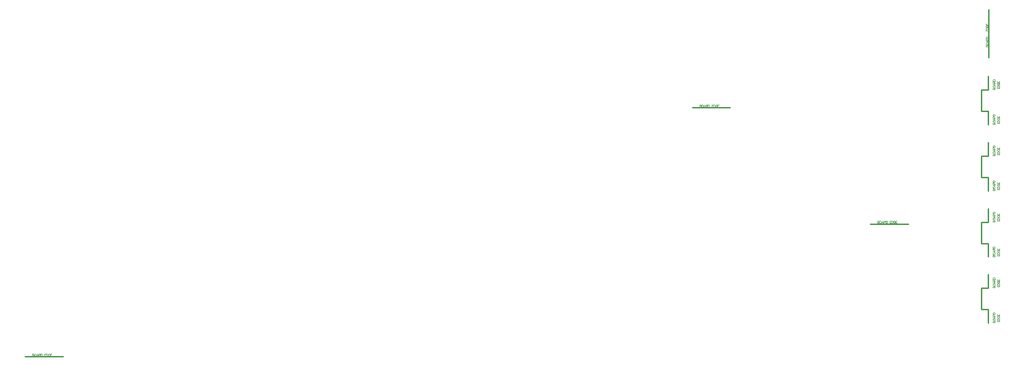
<source format=gm1>
G04*
G04 #@! TF.GenerationSoftware,Altium Limited,Altium Designer,19.1.8 (144)*
G04*
G04 Layer_Color=16711935*
%FSLAX25Y25*%
%MOIN*%
G70*
G01*
G75*
%ADD11C,0.01000*%
%ADD157C,0.00309*%
D11*
X518347Y-106358D02*
X546220D01*
X649123Y-191824D02*
X676997D01*
X735632Y-93305D02*
Y-83465D01*
Y-118898D02*
Y-109057D01*
X730905D02*
X735632D01*
X730905Y-93305D02*
X735632D01*
X730905Y-109057D02*
Y-93305D01*
X735632Y-238975D02*
Y-229134D01*
Y-264567D02*
Y-254726D01*
X730905D02*
X735632D01*
X730905Y-238975D02*
X735632D01*
X730905Y-254726D02*
Y-238975D01*
X736022Y-69683D02*
Y-34254D01*
X735632Y-141928D02*
Y-132087D01*
Y-167520D02*
Y-157679D01*
X730905D02*
X735632D01*
X730905Y-141928D02*
X735632D01*
X730905Y-157679D02*
Y-141928D01*
X735632Y-190550D02*
Y-180709D01*
Y-216142D02*
Y-206301D01*
X730905D02*
X735632D01*
X730905Y-190550D02*
X735632D01*
X730905Y-206301D02*
Y-190550D01*
X28189Y-289409D02*
X56063D01*
D157*
X523692Y-104260D02*
Y-105900D01*
Y-104260D02*
X524395D01*
X524630Y-104338D01*
X524708Y-104416D01*
X524786Y-104572D01*
Y-104729D01*
X524708Y-104885D01*
X524630Y-104963D01*
X524395Y-105041D01*
X523692D02*
X524395D01*
X524630Y-105119D01*
X524708Y-105197D01*
X524786Y-105353D01*
Y-105588D01*
X524708Y-105744D01*
X524630Y-105822D01*
X524395Y-105900D01*
X523692D01*
X525622Y-104260D02*
X525465Y-104338D01*
X525309Y-104494D01*
X525231Y-104651D01*
X525153Y-104885D01*
Y-105275D01*
X525231Y-105510D01*
X525309Y-105666D01*
X525465Y-105822D01*
X525622Y-105900D01*
X525934D01*
X526090Y-105822D01*
X526246Y-105666D01*
X526324Y-105510D01*
X526403Y-105275D01*
Y-104885D01*
X526324Y-104651D01*
X526246Y-104494D01*
X526090Y-104338D01*
X525934Y-104260D01*
X525622D01*
X528035Y-105900D02*
X527410Y-104260D01*
X526785Y-105900D01*
X527020Y-105353D02*
X527801D01*
X528418Y-104260D02*
Y-105900D01*
Y-104260D02*
X529120D01*
X529355Y-104338D01*
X529433Y-104416D01*
X529511Y-104572D01*
Y-104729D01*
X529433Y-104885D01*
X529355Y-104963D01*
X529120Y-105041D01*
X528418D01*
X528964D02*
X529511Y-105900D01*
X529878Y-104260D02*
Y-105900D01*
Y-104260D02*
X530425D01*
X530659Y-104338D01*
X530815Y-104494D01*
X530893Y-104651D01*
X530971Y-104885D01*
Y-105275D01*
X530893Y-105510D01*
X530815Y-105666D01*
X530659Y-105822D01*
X530425Y-105900D01*
X529878D01*
X533643Y-104260D02*
X532627D01*
Y-105900D01*
X533643D01*
X532627Y-105041D02*
X533252D01*
X533916Y-104260D02*
Y-105900D01*
Y-104260D02*
X534463D01*
X534697Y-104338D01*
X534853Y-104494D01*
X534931Y-104651D01*
X535009Y-104885D01*
Y-105275D01*
X534931Y-105510D01*
X534853Y-105666D01*
X534697Y-105822D01*
X534463Y-105900D01*
X533916D01*
X536548Y-104651D02*
X536470Y-104494D01*
X536314Y-104338D01*
X536158Y-104260D01*
X535845D01*
X535689Y-104338D01*
X535533Y-104494D01*
X535455Y-104651D01*
X535377Y-104885D01*
Y-105275D01*
X535455Y-105510D01*
X535533Y-105666D01*
X535689Y-105822D01*
X535845Y-105900D01*
X536158D01*
X536314Y-105822D01*
X536470Y-105666D01*
X536548Y-105510D01*
Y-105275D01*
X536158D02*
X536548D01*
X537938Y-104260D02*
X536923D01*
Y-105900D01*
X537938D01*
X536923Y-105041D02*
X537548D01*
X654469Y-189726D02*
Y-191366D01*
Y-189726D02*
X655172D01*
X655406Y-189804D01*
X655484Y-189882D01*
X655562Y-190038D01*
Y-190194D01*
X655484Y-190351D01*
X655406Y-190429D01*
X655172Y-190507D01*
X654469D02*
X655172D01*
X655406Y-190585D01*
X655484Y-190663D01*
X655562Y-190819D01*
Y-191054D01*
X655484Y-191210D01*
X655406Y-191288D01*
X655172Y-191366D01*
X654469D01*
X656398Y-189726D02*
X656242Y-189804D01*
X656085Y-189960D01*
X656007Y-190116D01*
X655929Y-190351D01*
Y-190741D01*
X656007Y-190975D01*
X656085Y-191132D01*
X656242Y-191288D01*
X656398Y-191366D01*
X656710D01*
X656867Y-191288D01*
X657023Y-191132D01*
X657101Y-190975D01*
X657179Y-190741D01*
Y-190351D01*
X657101Y-190116D01*
X657023Y-189960D01*
X656867Y-189804D01*
X656710Y-189726D01*
X656398D01*
X658811Y-191366D02*
X658186Y-189726D01*
X657562Y-191366D01*
X657796Y-190819D02*
X658577D01*
X659194Y-189726D02*
Y-191366D01*
Y-189726D02*
X659897D01*
X660131Y-189804D01*
X660209Y-189882D01*
X660287Y-190038D01*
Y-190194D01*
X660209Y-190351D01*
X660131Y-190429D01*
X659897Y-190507D01*
X659194D01*
X659741D02*
X660287Y-191366D01*
X660654Y-189726D02*
Y-191366D01*
Y-189726D02*
X661201D01*
X661436Y-189804D01*
X661592Y-189960D01*
X661670Y-190116D01*
X661748Y-190351D01*
Y-190741D01*
X661670Y-190975D01*
X661592Y-191132D01*
X661436Y-191288D01*
X661201Y-191366D01*
X660654D01*
X664419Y-189726D02*
X663404D01*
Y-191366D01*
X664419D01*
X663404Y-190507D02*
X664029D01*
X664692Y-189726D02*
Y-191366D01*
Y-189726D02*
X665239D01*
X665473Y-189804D01*
X665630Y-189960D01*
X665708Y-190116D01*
X665786Y-190351D01*
Y-190741D01*
X665708Y-190975D01*
X665630Y-191132D01*
X665473Y-191288D01*
X665239Y-191366D01*
X664692D01*
X667324Y-190116D02*
X667246Y-189960D01*
X667090Y-189804D01*
X666934Y-189726D01*
X666621D01*
X666465Y-189804D01*
X666309Y-189960D01*
X666231Y-190116D01*
X666153Y-190351D01*
Y-190741D01*
X666231Y-190975D01*
X666309Y-191132D01*
X666465Y-191288D01*
X666621Y-191366D01*
X666934D01*
X667090Y-191288D01*
X667246Y-191132D01*
X667324Y-190975D01*
Y-190741D01*
X666934D02*
X667324D01*
X668715Y-189726D02*
X667699D01*
Y-191366D01*
X668715D01*
X667699Y-190507D02*
X668324D01*
X739195Y-93006D02*
X740835D01*
X739195D02*
Y-92303D01*
X739273Y-92068D01*
X739351Y-91990D01*
X739508Y-91912D01*
X739664D01*
X739820Y-91990D01*
X739898Y-92068D01*
X739976Y-92303D01*
Y-93006D02*
Y-92303D01*
X740054Y-92068D01*
X740132Y-91990D01*
X740289Y-91912D01*
X740523D01*
X740679Y-91990D01*
X740757Y-92068D01*
X740835Y-92303D01*
Y-93006D01*
X739195Y-91076D02*
X739273Y-91233D01*
X739430Y-91389D01*
X739586Y-91467D01*
X739820Y-91545D01*
X740210D01*
X740445Y-91467D01*
X740601Y-91389D01*
X740757Y-91233D01*
X740835Y-91076D01*
Y-90764D01*
X740757Y-90608D01*
X740601Y-90452D01*
X740445Y-90374D01*
X740210Y-90295D01*
X739820D01*
X739586Y-90374D01*
X739430Y-90452D01*
X739273Y-90608D01*
X739195Y-90764D01*
Y-91076D01*
X740835Y-88663D02*
X739195Y-89288D01*
X740835Y-89913D01*
X740289Y-89679D02*
Y-88898D01*
X739195Y-88280D02*
X740835D01*
X739195D02*
Y-87577D01*
X739273Y-87343D01*
X739351Y-87265D01*
X739508Y-87187D01*
X739664D01*
X739820Y-87265D01*
X739898Y-87343D01*
X739976Y-87577D01*
Y-88280D01*
Y-87734D02*
X740835Y-87187D01*
X739195Y-86820D02*
X740835D01*
X739195D02*
Y-86273D01*
X739273Y-86039D01*
X739430Y-85883D01*
X739586Y-85805D01*
X739820Y-85726D01*
X740210D01*
X740445Y-85805D01*
X740601Y-85883D01*
X740757Y-86039D01*
X740835Y-86273D01*
Y-86820D01*
X742512Y-91330D02*
Y-92346D01*
X744152D01*
Y-91330D01*
X743293Y-92346D02*
Y-91721D01*
X742512Y-91057D02*
X744152D01*
X742512D02*
Y-90510D01*
X742590Y-90276D01*
X742746Y-90120D01*
X742903Y-90042D01*
X743137Y-89964D01*
X743527D01*
X743762Y-90042D01*
X743918Y-90120D01*
X744074Y-90276D01*
X744152Y-90510D01*
Y-91057D01*
X742903Y-88425D02*
X742746Y-88503D01*
X742590Y-88659D01*
X742512Y-88816D01*
Y-89128D01*
X742590Y-89284D01*
X742746Y-89440D01*
X742903Y-89518D01*
X743137Y-89597D01*
X743527D01*
X743762Y-89518D01*
X743918Y-89440D01*
X744074Y-89284D01*
X744152Y-89128D01*
Y-88816D01*
X744074Y-88659D01*
X743918Y-88503D01*
X743762Y-88425D01*
X743527D01*
Y-88816D02*
Y-88425D01*
X742512Y-87035D02*
Y-88050D01*
X744152D01*
Y-87035D01*
X743293Y-88050D02*
Y-87425D01*
X739195Y-118595D02*
X740835D01*
X739195D02*
Y-117893D01*
X739273Y-117658D01*
X739351Y-117580D01*
X739508Y-117502D01*
X739664D01*
X739820Y-117580D01*
X739898Y-117658D01*
X739976Y-117893D01*
Y-118595D02*
Y-117893D01*
X740054Y-117658D01*
X740132Y-117580D01*
X740289Y-117502D01*
X740523D01*
X740679Y-117580D01*
X740757Y-117658D01*
X740835Y-117893D01*
Y-118595D01*
X739195Y-116666D02*
X739273Y-116823D01*
X739430Y-116979D01*
X739586Y-117057D01*
X739820Y-117135D01*
X740210D01*
X740445Y-117057D01*
X740601Y-116979D01*
X740757Y-116823D01*
X740835Y-116666D01*
Y-116354D01*
X740757Y-116198D01*
X740601Y-116042D01*
X740445Y-115963D01*
X740210Y-115885D01*
X739820D01*
X739586Y-115963D01*
X739430Y-116042D01*
X739273Y-116198D01*
X739195Y-116354D01*
Y-116666D01*
X740835Y-114253D02*
X739195Y-114878D01*
X740835Y-115503D01*
X740289Y-115268D02*
Y-114487D01*
X739195Y-113870D02*
X740835D01*
X739195D02*
Y-113167D01*
X739273Y-112933D01*
X739351Y-112855D01*
X739508Y-112777D01*
X739664D01*
X739820Y-112855D01*
X739898Y-112933D01*
X739976Y-113167D01*
Y-113870D01*
Y-113323D02*
X740835Y-112777D01*
X739195Y-112410D02*
X740835D01*
X739195D02*
Y-111863D01*
X739273Y-111629D01*
X739430Y-111472D01*
X739586Y-111394D01*
X739820Y-111316D01*
X740210D01*
X740445Y-111394D01*
X740601Y-111472D01*
X740757Y-111629D01*
X740835Y-111863D01*
Y-112410D01*
X742512Y-116920D02*
Y-117936D01*
X744152D01*
Y-116920D01*
X743293Y-117936D02*
Y-117311D01*
X742512Y-116647D02*
X744152D01*
X742512D02*
Y-116100D01*
X742590Y-115866D01*
X742746Y-115710D01*
X742903Y-115632D01*
X743137Y-115553D01*
X743527D01*
X743762Y-115632D01*
X743918Y-115710D01*
X744074Y-115866D01*
X744152Y-116100D01*
Y-116647D01*
X742903Y-114015D02*
X742746Y-114093D01*
X742590Y-114249D01*
X742512Y-114405D01*
Y-114718D01*
X742590Y-114874D01*
X742746Y-115030D01*
X742903Y-115108D01*
X743137Y-115186D01*
X743527D01*
X743762Y-115108D01*
X743918Y-115030D01*
X744074Y-114874D01*
X744152Y-114718D01*
Y-114405D01*
X744074Y-114249D01*
X743918Y-114093D01*
X743762Y-114015D01*
X743527D01*
Y-114405D02*
Y-114015D01*
X742512Y-112625D02*
Y-113640D01*
X744152D01*
Y-112625D01*
X743293Y-113640D02*
Y-113015D01*
X739195Y-238675D02*
X740835D01*
X739195D02*
Y-237972D01*
X739273Y-237738D01*
X739351Y-237660D01*
X739508Y-237581D01*
X739664D01*
X739820Y-237660D01*
X739898Y-237738D01*
X739976Y-237972D01*
Y-238675D02*
Y-237972D01*
X740054Y-237738D01*
X740132Y-237660D01*
X740289Y-237581D01*
X740523D01*
X740679Y-237660D01*
X740757Y-237738D01*
X740835Y-237972D01*
Y-238675D01*
X739195Y-236746D02*
X739273Y-236902D01*
X739430Y-237058D01*
X739586Y-237136D01*
X739820Y-237214D01*
X740210D01*
X740445Y-237136D01*
X740601Y-237058D01*
X740757Y-236902D01*
X740835Y-236746D01*
Y-236433D01*
X740757Y-236277D01*
X740601Y-236121D01*
X740445Y-236043D01*
X740210Y-235965D01*
X739820D01*
X739586Y-236043D01*
X739430Y-236121D01*
X739273Y-236277D01*
X739195Y-236433D01*
Y-236746D01*
X740835Y-234332D02*
X739195Y-234957D01*
X740835Y-235582D01*
X740289Y-235348D02*
Y-234567D01*
X739195Y-233950D02*
X740835D01*
X739195D02*
Y-233247D01*
X739273Y-233013D01*
X739351Y-232934D01*
X739508Y-232856D01*
X739664D01*
X739820Y-232934D01*
X739898Y-233013D01*
X739976Y-233247D01*
Y-233950D01*
Y-233403D02*
X740835Y-232856D01*
X739195Y-232489D02*
X740835D01*
X739195D02*
Y-231943D01*
X739273Y-231708D01*
X739430Y-231552D01*
X739586Y-231474D01*
X739820Y-231396D01*
X740210D01*
X740445Y-231474D01*
X740601Y-231552D01*
X740757Y-231708D01*
X740835Y-231943D01*
Y-232489D01*
X742512Y-237000D02*
Y-238015D01*
X744152D01*
Y-237000D01*
X743293Y-238015D02*
Y-237390D01*
X742512Y-236726D02*
X744152D01*
X742512D02*
Y-236180D01*
X742590Y-235945D01*
X742746Y-235789D01*
X742903Y-235711D01*
X743137Y-235633D01*
X743527D01*
X743762Y-235711D01*
X743918Y-235789D01*
X744074Y-235945D01*
X744152Y-236180D01*
Y-236726D01*
X742903Y-234094D02*
X742746Y-234173D01*
X742590Y-234329D01*
X742512Y-234485D01*
Y-234797D01*
X742590Y-234953D01*
X742746Y-235110D01*
X742903Y-235188D01*
X743137Y-235266D01*
X743527D01*
X743762Y-235188D01*
X743918Y-235110D01*
X744074Y-234953D01*
X744152Y-234797D01*
Y-234485D01*
X744074Y-234329D01*
X743918Y-234173D01*
X743762Y-234094D01*
X743527D01*
Y-234485D02*
Y-234094D01*
X742512Y-232704D02*
Y-233719D01*
X744152D01*
Y-232704D01*
X743293Y-233719D02*
Y-233095D01*
X739195Y-264265D02*
X740835D01*
X739195D02*
Y-263562D01*
X739273Y-263328D01*
X739351Y-263249D01*
X739508Y-263171D01*
X739664D01*
X739820Y-263249D01*
X739898Y-263328D01*
X739976Y-263562D01*
Y-264265D02*
Y-263562D01*
X740054Y-263328D01*
X740132Y-263249D01*
X740289Y-263171D01*
X740523D01*
X740679Y-263249D01*
X740757Y-263328D01*
X740835Y-263562D01*
Y-264265D01*
X739195Y-262336D02*
X739273Y-262492D01*
X739430Y-262648D01*
X739586Y-262726D01*
X739820Y-262804D01*
X740210D01*
X740445Y-262726D01*
X740601Y-262648D01*
X740757Y-262492D01*
X740835Y-262336D01*
Y-262023D01*
X740757Y-261867D01*
X740601Y-261711D01*
X740445Y-261633D01*
X740210Y-261555D01*
X739820D01*
X739586Y-261633D01*
X739430Y-261711D01*
X739273Y-261867D01*
X739195Y-262023D01*
Y-262336D01*
X740835Y-259922D02*
X739195Y-260547D01*
X740835Y-261172D01*
X740289Y-260938D02*
Y-260156D01*
X739195Y-259540D02*
X740835D01*
X739195D02*
Y-258837D01*
X739273Y-258602D01*
X739351Y-258524D01*
X739508Y-258446D01*
X739664D01*
X739820Y-258524D01*
X739898Y-258602D01*
X739976Y-258837D01*
Y-259540D01*
Y-258993D02*
X740835Y-258446D01*
X739195Y-258079D02*
X740835D01*
X739195D02*
Y-257532D01*
X739273Y-257298D01*
X739430Y-257142D01*
X739586Y-257064D01*
X739820Y-256986D01*
X740210D01*
X740445Y-257064D01*
X740601Y-257142D01*
X740757Y-257298D01*
X740835Y-257532D01*
Y-258079D01*
X742512Y-262590D02*
Y-263605D01*
X744152D01*
Y-262590D01*
X743293Y-263605D02*
Y-262980D01*
X742512Y-262316D02*
X744152D01*
X742512D02*
Y-261770D01*
X742590Y-261535D01*
X742746Y-261379D01*
X742903Y-261301D01*
X743137Y-261223D01*
X743527D01*
X743762Y-261301D01*
X743918Y-261379D01*
X744074Y-261535D01*
X744152Y-261770D01*
Y-262316D01*
X742903Y-259684D02*
X742746Y-259762D01*
X742590Y-259918D01*
X742512Y-260075D01*
Y-260387D01*
X742590Y-260543D01*
X742746Y-260700D01*
X742903Y-260778D01*
X743137Y-260856D01*
X743527D01*
X743762Y-260778D01*
X743918Y-260700D01*
X744074Y-260543D01*
X744152Y-260387D01*
Y-260075D01*
X744074Y-259918D01*
X743918Y-259762D01*
X743762Y-259684D01*
X743527D01*
Y-260075D02*
Y-259684D01*
X742512Y-258294D02*
Y-259309D01*
X744152D01*
Y-258294D01*
X743293Y-259309D02*
Y-258684D01*
X734067Y-61562D02*
X735707D01*
X734067D02*
Y-60859D01*
X734145Y-60625D01*
X734223Y-60547D01*
X734379Y-60469D01*
X734535D01*
X734692Y-60547D01*
X734770Y-60625D01*
X734848Y-60859D01*
Y-61562D02*
Y-60859D01*
X734926Y-60625D01*
X735004Y-60547D01*
X735160Y-60469D01*
X735394D01*
X735551Y-60547D01*
X735629Y-60625D01*
X735707Y-60859D01*
Y-61562D01*
X734067Y-59633D02*
X734145Y-59789D01*
X734301Y-59945D01*
X734457Y-60023D01*
X734692Y-60101D01*
X735082D01*
X735316Y-60023D01*
X735473Y-59945D01*
X735629Y-59789D01*
X735707Y-59633D01*
Y-59320D01*
X735629Y-59164D01*
X735473Y-59008D01*
X735316Y-58930D01*
X735082Y-58852D01*
X734692D01*
X734457Y-58930D01*
X734301Y-59008D01*
X734145Y-59164D01*
X734067Y-59320D01*
Y-59633D01*
X735707Y-57219D02*
X734067Y-57844D01*
X735707Y-58469D01*
X735160Y-58235D02*
Y-57454D01*
X734067Y-56837D02*
X735707D01*
X734067D02*
Y-56134D01*
X734145Y-55900D01*
X734223Y-55821D01*
X734379Y-55743D01*
X734535D01*
X734692Y-55821D01*
X734770Y-55900D01*
X734848Y-56134D01*
Y-56837D01*
Y-56290D02*
X735707Y-55743D01*
X734067Y-55376D02*
X735707D01*
X734067D02*
Y-54830D01*
X734145Y-54595D01*
X734301Y-54439D01*
X734457Y-54361D01*
X734692Y-54283D01*
X735082D01*
X735316Y-54361D01*
X735473Y-54439D01*
X735629Y-54595D01*
X735707Y-54830D01*
Y-55376D01*
X734108Y-49012D02*
Y-50028D01*
X735748D01*
Y-49012D01*
X734889Y-50028D02*
Y-49403D01*
X734108Y-48739D02*
X735748D01*
X734108D02*
Y-48192D01*
X734186Y-47958D01*
X734342Y-47802D01*
X734499Y-47724D01*
X734733Y-47646D01*
X735123D01*
X735358Y-47724D01*
X735514Y-47802D01*
X735670Y-47958D01*
X735748Y-48192D01*
Y-48739D01*
X734499Y-46107D02*
X734342Y-46185D01*
X734186Y-46341D01*
X734108Y-46497D01*
Y-46810D01*
X734186Y-46966D01*
X734342Y-47122D01*
X734499Y-47200D01*
X734733Y-47278D01*
X735123D01*
X735358Y-47200D01*
X735514Y-47122D01*
X735670Y-46966D01*
X735748Y-46810D01*
Y-46497D01*
X735670Y-46341D01*
X735514Y-46185D01*
X735358Y-46107D01*
X735123D01*
Y-46497D02*
Y-46107D01*
X734108Y-44717D02*
Y-45732D01*
X735748D01*
Y-44717D01*
X734889Y-45732D02*
Y-45107D01*
X739195Y-141628D02*
X740835D01*
X739195D02*
Y-140925D01*
X739273Y-140691D01*
X739351Y-140612D01*
X739508Y-140534D01*
X739664D01*
X739820Y-140612D01*
X739898Y-140691D01*
X739976Y-140925D01*
Y-141628D02*
Y-140925D01*
X740054Y-140691D01*
X740132Y-140612D01*
X740289Y-140534D01*
X740523D01*
X740679Y-140612D01*
X740757Y-140691D01*
X740835Y-140925D01*
Y-141628D01*
X739195Y-139699D02*
X739273Y-139855D01*
X739430Y-140011D01*
X739586Y-140089D01*
X739820Y-140167D01*
X740210D01*
X740445Y-140089D01*
X740601Y-140011D01*
X740757Y-139855D01*
X740835Y-139699D01*
Y-139386D01*
X740757Y-139230D01*
X740601Y-139074D01*
X740445Y-138996D01*
X740210Y-138918D01*
X739820D01*
X739586Y-138996D01*
X739430Y-139074D01*
X739273Y-139230D01*
X739195Y-139386D01*
Y-139699D01*
X740835Y-137285D02*
X739195Y-137910D01*
X740835Y-138535D01*
X740289Y-138301D02*
Y-137520D01*
X739195Y-136902D02*
X740835D01*
X739195D02*
Y-136200D01*
X739273Y-135965D01*
X739351Y-135887D01*
X739508Y-135809D01*
X739664D01*
X739820Y-135887D01*
X739898Y-135965D01*
X739976Y-136200D01*
Y-136902D01*
Y-136356D02*
X740835Y-135809D01*
X739195Y-135442D02*
X740835D01*
X739195D02*
Y-134895D01*
X739273Y-134661D01*
X739430Y-134505D01*
X739586Y-134427D01*
X739820Y-134349D01*
X740210D01*
X740445Y-134427D01*
X740601Y-134505D01*
X740757Y-134661D01*
X740835Y-134895D01*
Y-135442D01*
X742512Y-139953D02*
Y-140968D01*
X744152D01*
Y-139953D01*
X743293Y-140968D02*
Y-140343D01*
X742512Y-139679D02*
X744152D01*
X742512D02*
Y-139132D01*
X742590Y-138898D01*
X742746Y-138742D01*
X742903Y-138664D01*
X743137Y-138586D01*
X743527D01*
X743762Y-138664D01*
X743918Y-138742D01*
X744074Y-138898D01*
X744152Y-139132D01*
Y-139679D01*
X742903Y-137047D02*
X742746Y-137125D01*
X742590Y-137281D01*
X742512Y-137438D01*
Y-137750D01*
X742590Y-137906D01*
X742746Y-138063D01*
X742903Y-138141D01*
X743137Y-138219D01*
X743527D01*
X743762Y-138141D01*
X743918Y-138063D01*
X744074Y-137906D01*
X744152Y-137750D01*
Y-137438D01*
X744074Y-137281D01*
X743918Y-137125D01*
X743762Y-137047D01*
X743527D01*
Y-137438D02*
Y-137047D01*
X742512Y-135657D02*
Y-136672D01*
X744152D01*
Y-135657D01*
X743293Y-136672D02*
Y-136047D01*
X739195Y-167218D02*
X740835D01*
X739195D02*
Y-166515D01*
X739273Y-166280D01*
X739351Y-166202D01*
X739508Y-166124D01*
X739664D01*
X739820Y-166202D01*
X739898Y-166280D01*
X739976Y-166515D01*
Y-167218D02*
Y-166515D01*
X740054Y-166280D01*
X740132Y-166202D01*
X740289Y-166124D01*
X740523D01*
X740679Y-166202D01*
X740757Y-166280D01*
X740835Y-166515D01*
Y-167218D01*
X739195Y-165288D02*
X739273Y-165445D01*
X739430Y-165601D01*
X739586Y-165679D01*
X739820Y-165757D01*
X740210D01*
X740445Y-165679D01*
X740601Y-165601D01*
X740757Y-165445D01*
X740835Y-165288D01*
Y-164976D01*
X740757Y-164820D01*
X740601Y-164664D01*
X740445Y-164585D01*
X740210Y-164507D01*
X739820D01*
X739586Y-164585D01*
X739430Y-164664D01*
X739273Y-164820D01*
X739195Y-164976D01*
Y-165288D01*
X740835Y-162875D02*
X739195Y-163500D01*
X740835Y-164125D01*
X740289Y-163890D02*
Y-163109D01*
X739195Y-162492D02*
X740835D01*
X739195D02*
Y-161789D01*
X739273Y-161555D01*
X739351Y-161477D01*
X739508Y-161399D01*
X739664D01*
X739820Y-161477D01*
X739898Y-161555D01*
X739976Y-161789D01*
Y-162492D01*
Y-161945D02*
X740835Y-161399D01*
X739195Y-161032D02*
X740835D01*
X739195D02*
Y-160485D01*
X739273Y-160251D01*
X739430Y-160094D01*
X739586Y-160016D01*
X739820Y-159938D01*
X740210D01*
X740445Y-160016D01*
X740601Y-160094D01*
X740757Y-160251D01*
X740835Y-160485D01*
Y-161032D01*
X742512Y-165542D02*
Y-166558D01*
X744152D01*
Y-165542D01*
X743293Y-166558D02*
Y-165933D01*
X742512Y-165269D02*
X744152D01*
X742512D02*
Y-164722D01*
X742590Y-164488D01*
X742746Y-164332D01*
X742903Y-164254D01*
X743137Y-164175D01*
X743527D01*
X743762Y-164254D01*
X743918Y-164332D01*
X744074Y-164488D01*
X744152Y-164722D01*
Y-165269D01*
X742903Y-162637D02*
X742746Y-162715D01*
X742590Y-162871D01*
X742512Y-163027D01*
Y-163340D01*
X742590Y-163496D01*
X742746Y-163652D01*
X742903Y-163730D01*
X743137Y-163808D01*
X743527D01*
X743762Y-163730D01*
X743918Y-163652D01*
X744074Y-163496D01*
X744152Y-163340D01*
Y-163027D01*
X744074Y-162871D01*
X743918Y-162715D01*
X743762Y-162637D01*
X743527D01*
Y-163027D02*
Y-162637D01*
X742512Y-161247D02*
Y-162262D01*
X744152D01*
Y-161247D01*
X743293Y-162262D02*
Y-161637D01*
X739195Y-190250D02*
X740835D01*
X739195D02*
Y-189547D01*
X739273Y-189313D01*
X739351Y-189234D01*
X739508Y-189156D01*
X739664D01*
X739820Y-189234D01*
X739898Y-189313D01*
X739976Y-189547D01*
Y-190250D02*
Y-189547D01*
X740054Y-189313D01*
X740132Y-189234D01*
X740289Y-189156D01*
X740523D01*
X740679Y-189234D01*
X740757Y-189313D01*
X740835Y-189547D01*
Y-190250D01*
X739195Y-188321D02*
X739273Y-188477D01*
X739430Y-188633D01*
X739586Y-188711D01*
X739820Y-188789D01*
X740210D01*
X740445Y-188711D01*
X740601Y-188633D01*
X740757Y-188477D01*
X740835Y-188321D01*
Y-188008D01*
X740757Y-187852D01*
X740601Y-187696D01*
X740445Y-187618D01*
X740210Y-187540D01*
X739820D01*
X739586Y-187618D01*
X739430Y-187696D01*
X739273Y-187852D01*
X739195Y-188008D01*
Y-188321D01*
X740835Y-185907D02*
X739195Y-186532D01*
X740835Y-187157D01*
X740289Y-186923D02*
Y-186142D01*
X739195Y-185524D02*
X740835D01*
X739195D02*
Y-184822D01*
X739273Y-184587D01*
X739351Y-184509D01*
X739508Y-184431D01*
X739664D01*
X739820Y-184509D01*
X739898Y-184587D01*
X739976Y-184822D01*
Y-185524D01*
Y-184978D02*
X740835Y-184431D01*
X739195Y-184064D02*
X740835D01*
X739195D02*
Y-183517D01*
X739273Y-183283D01*
X739430Y-183127D01*
X739586Y-183049D01*
X739820Y-182971D01*
X740210D01*
X740445Y-183049D01*
X740601Y-183127D01*
X740757Y-183283D01*
X740835Y-183517D01*
Y-184064D01*
X742512Y-188575D02*
Y-189590D01*
X744152D01*
Y-188575D01*
X743293Y-189590D02*
Y-188965D01*
X742512Y-188301D02*
X744152D01*
X742512D02*
Y-187754D01*
X742590Y-187520D01*
X742746Y-187364D01*
X742903Y-187286D01*
X743137Y-187208D01*
X743527D01*
X743762Y-187286D01*
X743918Y-187364D01*
X744074Y-187520D01*
X744152Y-187754D01*
Y-188301D01*
X742903Y-185669D02*
X742746Y-185747D01*
X742590Y-185904D01*
X742512Y-186060D01*
Y-186372D01*
X742590Y-186528D01*
X742746Y-186685D01*
X742903Y-186763D01*
X743137Y-186841D01*
X743527D01*
X743762Y-186763D01*
X743918Y-186685D01*
X744074Y-186528D01*
X744152Y-186372D01*
Y-186060D01*
X744074Y-185904D01*
X743918Y-185747D01*
X743762Y-185669D01*
X743527D01*
Y-186060D02*
Y-185669D01*
X742512Y-184279D02*
Y-185294D01*
X744152D01*
Y-184279D01*
X743293Y-185294D02*
Y-184669D01*
X739195Y-215840D02*
X740835D01*
X739195D02*
Y-215137D01*
X739273Y-214902D01*
X739351Y-214824D01*
X739508Y-214746D01*
X739664D01*
X739820Y-214824D01*
X739898Y-214902D01*
X739976Y-215137D01*
Y-215840D02*
Y-215137D01*
X740054Y-214902D01*
X740132Y-214824D01*
X740289Y-214746D01*
X740523D01*
X740679Y-214824D01*
X740757Y-214902D01*
X740835Y-215137D01*
Y-215840D01*
X739195Y-213910D02*
X739273Y-214067D01*
X739430Y-214223D01*
X739586Y-214301D01*
X739820Y-214379D01*
X740210D01*
X740445Y-214301D01*
X740601Y-214223D01*
X740757Y-214067D01*
X740835Y-213910D01*
Y-213598D01*
X740757Y-213442D01*
X740601Y-213286D01*
X740445Y-213208D01*
X740210Y-213129D01*
X739820D01*
X739586Y-213208D01*
X739430Y-213286D01*
X739273Y-213442D01*
X739195Y-213598D01*
Y-213910D01*
X740835Y-211497D02*
X739195Y-212122D01*
X740835Y-212747D01*
X740289Y-212512D02*
Y-211731D01*
X739195Y-211114D02*
X740835D01*
X739195D02*
Y-210411D01*
X739273Y-210177D01*
X739351Y-210099D01*
X739508Y-210021D01*
X739664D01*
X739820Y-210099D01*
X739898Y-210177D01*
X739976Y-210411D01*
Y-211114D01*
Y-210568D02*
X740835Y-210021D01*
X739195Y-209654D02*
X740835D01*
X739195D02*
Y-209107D01*
X739273Y-208873D01*
X739430Y-208717D01*
X739586Y-208639D01*
X739820Y-208560D01*
X740210D01*
X740445Y-208639D01*
X740601Y-208717D01*
X740757Y-208873D01*
X740835Y-209107D01*
Y-209654D01*
X742512Y-214164D02*
Y-215180D01*
X744152D01*
Y-214164D01*
X743293Y-215180D02*
Y-214555D01*
X742512Y-213891D02*
X744152D01*
X742512D02*
Y-213344D01*
X742590Y-213110D01*
X742746Y-212954D01*
X742903Y-212876D01*
X743137Y-212798D01*
X743527D01*
X743762Y-212876D01*
X743918Y-212954D01*
X744074Y-213110D01*
X744152Y-213344D01*
Y-213891D01*
X742903Y-211259D02*
X742746Y-211337D01*
X742590Y-211493D01*
X742512Y-211649D01*
Y-211962D01*
X742590Y-212118D01*
X742746Y-212274D01*
X742903Y-212352D01*
X743137Y-212431D01*
X743527D01*
X743762Y-212352D01*
X743918Y-212274D01*
X744074Y-212118D01*
X744152Y-211962D01*
Y-211649D01*
X744074Y-211493D01*
X743918Y-211337D01*
X743762Y-211259D01*
X743527D01*
Y-211649D02*
Y-211259D01*
X742512Y-209869D02*
Y-210884D01*
X744152D01*
Y-209869D01*
X743293Y-210884D02*
Y-210259D01*
X33535Y-287311D02*
Y-288951D01*
Y-287311D02*
X34238D01*
X34472Y-287389D01*
X34550Y-287468D01*
X34628Y-287624D01*
Y-287780D01*
X34550Y-287936D01*
X34472Y-288014D01*
X34238Y-288092D01*
X33535D02*
X34238D01*
X34472Y-288170D01*
X34550Y-288248D01*
X34628Y-288405D01*
Y-288639D01*
X34550Y-288795D01*
X34472Y-288873D01*
X34238Y-288951D01*
X33535D01*
X35464Y-287311D02*
X35308Y-287389D01*
X35152Y-287546D01*
X35074Y-287702D01*
X34995Y-287936D01*
Y-288327D01*
X35074Y-288561D01*
X35152Y-288717D01*
X35308Y-288873D01*
X35464Y-288951D01*
X35776D01*
X35933Y-288873D01*
X36089Y-288717D01*
X36167Y-288561D01*
X36245Y-288327D01*
Y-287936D01*
X36167Y-287702D01*
X36089Y-287546D01*
X35933Y-287389D01*
X35776Y-287311D01*
X35464D01*
X37877Y-288951D02*
X37253Y-287311D01*
X36628Y-288951D01*
X36862Y-288405D02*
X37643D01*
X38260Y-287311D02*
Y-288951D01*
Y-287311D02*
X38963D01*
X39197Y-287389D01*
X39276Y-287468D01*
X39354Y-287624D01*
Y-287780D01*
X39276Y-287936D01*
X39197Y-288014D01*
X38963Y-288092D01*
X38260D01*
X38807D02*
X39354Y-288951D01*
X39721Y-287311D02*
Y-288951D01*
Y-287311D02*
X40267D01*
X40502Y-287389D01*
X40658Y-287546D01*
X40736Y-287702D01*
X40814Y-287936D01*
Y-288327D01*
X40736Y-288561D01*
X40658Y-288717D01*
X40502Y-288873D01*
X40267Y-288951D01*
X39721D01*
X43485Y-287311D02*
X42470D01*
Y-288951D01*
X43485D01*
X42470Y-288092D02*
X43095D01*
X43758Y-287311D02*
Y-288951D01*
Y-287311D02*
X44305D01*
X44539Y-287389D01*
X44696Y-287546D01*
X44774Y-287702D01*
X44852Y-287936D01*
Y-288327D01*
X44774Y-288561D01*
X44696Y-288717D01*
X44539Y-288873D01*
X44305Y-288951D01*
X43758D01*
X46391Y-287702D02*
X46312Y-287546D01*
X46156Y-287389D01*
X46000Y-287311D01*
X45688D01*
X45531Y-287389D01*
X45375Y-287546D01*
X45297Y-287702D01*
X45219Y-287936D01*
Y-288327D01*
X45297Y-288561D01*
X45375Y-288717D01*
X45531Y-288873D01*
X45688Y-288951D01*
X46000D01*
X46156Y-288873D01*
X46312Y-288717D01*
X46391Y-288561D01*
Y-288327D01*
X46000D02*
X46391D01*
X47781Y-287311D02*
X46766D01*
Y-288951D01*
X47781D01*
X46766Y-288092D02*
X47390D01*
M02*

</source>
